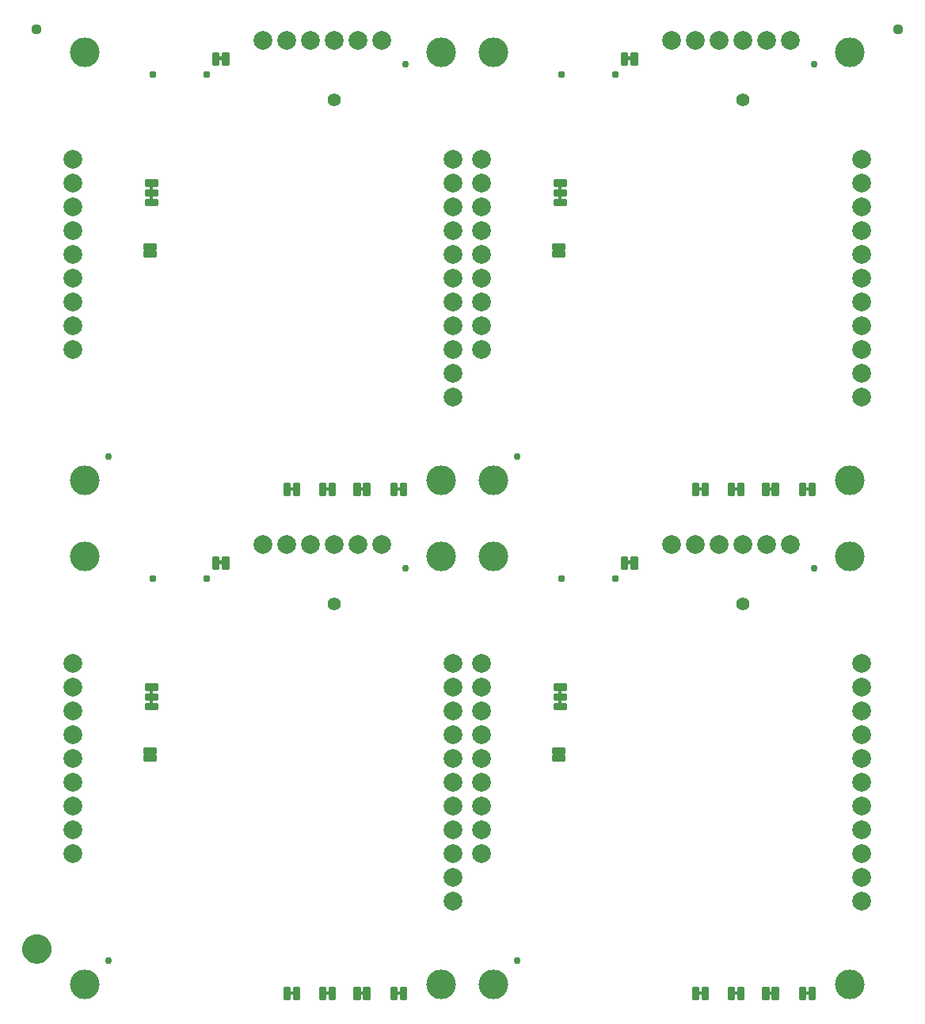
<source format=gbs>
G04 EAGLE Gerber RS-274X export*
G75*
%MOMM*%
%FSLAX34Y34*%
%LPD*%
%INSoldermask Bottom*%
%IPPOS*%
%AMOC8*
5,1,8,0,0,1.08239X$1,22.5*%
G01*
%ADD10C,0.228344*%
%ADD11C,2.006600*%
%ADD12C,0.762000*%
%ADD13C,3.175000*%
%ADD14C,0.228600*%
%ADD15C,0.777000*%
%ADD16C,1.397000*%
%ADD17C,1.127000*%
%ADD18C,1.270000*%
%ADD19C,1.627000*%

G36*
X534735Y873772D02*
X534735Y873772D01*
X534801Y873774D01*
X534844Y873792D01*
X534891Y873800D01*
X534948Y873834D01*
X535008Y873859D01*
X535043Y873890D01*
X535084Y873915D01*
X535126Y873966D01*
X535174Y874010D01*
X535196Y874052D01*
X535225Y874089D01*
X535246Y874151D01*
X535277Y874210D01*
X535285Y874264D01*
X535297Y874301D01*
X535296Y874341D01*
X535304Y874395D01*
X535304Y878205D01*
X535293Y878270D01*
X535291Y878336D01*
X535273Y878379D01*
X535265Y878426D01*
X535231Y878483D01*
X535206Y878543D01*
X535175Y878578D01*
X535150Y878619D01*
X535099Y878661D01*
X535055Y878709D01*
X535013Y878731D01*
X534976Y878760D01*
X534914Y878781D01*
X534855Y878812D01*
X534801Y878820D01*
X534764Y878832D01*
X534724Y878831D01*
X534670Y878839D01*
X532130Y878839D01*
X532065Y878828D01*
X531999Y878826D01*
X531956Y878808D01*
X531909Y878800D01*
X531852Y878766D01*
X531792Y878741D01*
X531757Y878710D01*
X531716Y878685D01*
X531675Y878634D01*
X531626Y878590D01*
X531604Y878548D01*
X531575Y878511D01*
X531554Y878449D01*
X531523Y878390D01*
X531515Y878336D01*
X531503Y878299D01*
X531503Y878295D01*
X531503Y878294D01*
X531504Y878259D01*
X531496Y878205D01*
X531496Y874395D01*
X531507Y874330D01*
X531509Y874264D01*
X531527Y874221D01*
X531535Y874174D01*
X531569Y874117D01*
X531594Y874057D01*
X531625Y874022D01*
X531650Y873981D01*
X531701Y873940D01*
X531745Y873891D01*
X531787Y873869D01*
X531824Y873840D01*
X531886Y873819D01*
X531945Y873788D01*
X531999Y873780D01*
X532036Y873768D01*
X532076Y873769D01*
X532130Y873761D01*
X534670Y873761D01*
X534735Y873772D01*
G37*
G36*
X97855Y873772D02*
X97855Y873772D01*
X97921Y873774D01*
X97964Y873792D01*
X98011Y873800D01*
X98068Y873834D01*
X98128Y873859D01*
X98163Y873890D01*
X98204Y873915D01*
X98246Y873966D01*
X98294Y874010D01*
X98316Y874052D01*
X98345Y874089D01*
X98366Y874151D01*
X98397Y874210D01*
X98405Y874264D01*
X98417Y874301D01*
X98416Y874341D01*
X98424Y874395D01*
X98424Y878205D01*
X98413Y878270D01*
X98411Y878336D01*
X98393Y878379D01*
X98385Y878426D01*
X98351Y878483D01*
X98326Y878543D01*
X98295Y878578D01*
X98270Y878619D01*
X98219Y878661D01*
X98175Y878709D01*
X98133Y878731D01*
X98096Y878760D01*
X98034Y878781D01*
X97975Y878812D01*
X97921Y878820D01*
X97884Y878832D01*
X97844Y878831D01*
X97790Y878839D01*
X95250Y878839D01*
X95185Y878828D01*
X95119Y878826D01*
X95076Y878808D01*
X95029Y878800D01*
X94972Y878766D01*
X94912Y878741D01*
X94877Y878710D01*
X94836Y878685D01*
X94795Y878634D01*
X94746Y878590D01*
X94724Y878548D01*
X94695Y878511D01*
X94674Y878449D01*
X94643Y878390D01*
X94635Y878336D01*
X94623Y878299D01*
X94623Y878295D01*
X94623Y878294D01*
X94624Y878259D01*
X94616Y878205D01*
X94616Y874395D01*
X94627Y874330D01*
X94629Y874264D01*
X94647Y874221D01*
X94655Y874174D01*
X94689Y874117D01*
X94714Y874057D01*
X94745Y874022D01*
X94770Y873981D01*
X94821Y873940D01*
X94865Y873891D01*
X94907Y873869D01*
X94944Y873840D01*
X95006Y873819D01*
X95065Y873788D01*
X95119Y873780D01*
X95156Y873768D01*
X95196Y873769D01*
X95250Y873761D01*
X97790Y873761D01*
X97855Y873772D01*
G37*
G36*
X534735Y863612D02*
X534735Y863612D01*
X534801Y863614D01*
X534844Y863632D01*
X534891Y863640D01*
X534948Y863674D01*
X535008Y863699D01*
X535043Y863730D01*
X535084Y863755D01*
X535126Y863806D01*
X535174Y863850D01*
X535196Y863892D01*
X535225Y863929D01*
X535246Y863991D01*
X535277Y864050D01*
X535285Y864104D01*
X535297Y864141D01*
X535296Y864181D01*
X535304Y864235D01*
X535304Y868045D01*
X535293Y868110D01*
X535291Y868176D01*
X535273Y868219D01*
X535265Y868266D01*
X535231Y868323D01*
X535206Y868383D01*
X535175Y868418D01*
X535150Y868459D01*
X535099Y868501D01*
X535055Y868549D01*
X535013Y868571D01*
X534976Y868600D01*
X534914Y868621D01*
X534855Y868652D01*
X534801Y868660D01*
X534764Y868672D01*
X534724Y868671D01*
X534670Y868679D01*
X532130Y868679D01*
X532065Y868668D01*
X531999Y868666D01*
X531956Y868648D01*
X531909Y868640D01*
X531852Y868606D01*
X531792Y868581D01*
X531757Y868550D01*
X531716Y868525D01*
X531675Y868474D01*
X531626Y868430D01*
X531604Y868388D01*
X531575Y868351D01*
X531554Y868289D01*
X531523Y868230D01*
X531515Y868176D01*
X531503Y868139D01*
X531503Y868135D01*
X531503Y868134D01*
X531504Y868099D01*
X531496Y868045D01*
X531496Y864235D01*
X531507Y864170D01*
X531509Y864104D01*
X531527Y864061D01*
X531535Y864014D01*
X531569Y863957D01*
X531594Y863897D01*
X531625Y863862D01*
X531650Y863821D01*
X531701Y863780D01*
X531745Y863731D01*
X531787Y863709D01*
X531824Y863680D01*
X531886Y863659D01*
X531945Y863628D01*
X531999Y863620D01*
X532036Y863608D01*
X532076Y863609D01*
X532130Y863601D01*
X534670Y863601D01*
X534735Y863612D01*
G37*
G36*
X97855Y863612D02*
X97855Y863612D01*
X97921Y863614D01*
X97964Y863632D01*
X98011Y863640D01*
X98068Y863674D01*
X98128Y863699D01*
X98163Y863730D01*
X98204Y863755D01*
X98246Y863806D01*
X98294Y863850D01*
X98316Y863892D01*
X98345Y863929D01*
X98366Y863991D01*
X98397Y864050D01*
X98405Y864104D01*
X98417Y864141D01*
X98416Y864181D01*
X98424Y864235D01*
X98424Y868045D01*
X98413Y868110D01*
X98411Y868176D01*
X98393Y868219D01*
X98385Y868266D01*
X98351Y868323D01*
X98326Y868383D01*
X98295Y868418D01*
X98270Y868459D01*
X98219Y868501D01*
X98175Y868549D01*
X98133Y868571D01*
X98096Y868600D01*
X98034Y868621D01*
X97975Y868652D01*
X97921Y868660D01*
X97884Y868672D01*
X97844Y868671D01*
X97790Y868679D01*
X95250Y868679D01*
X95185Y868668D01*
X95119Y868666D01*
X95076Y868648D01*
X95029Y868640D01*
X94972Y868606D01*
X94912Y868581D01*
X94877Y868550D01*
X94836Y868525D01*
X94795Y868474D01*
X94746Y868430D01*
X94724Y868388D01*
X94695Y868351D01*
X94674Y868289D01*
X94643Y868230D01*
X94635Y868176D01*
X94623Y868139D01*
X94623Y868135D01*
X94623Y868134D01*
X94624Y868099D01*
X94616Y868045D01*
X94616Y864235D01*
X94627Y864170D01*
X94629Y864104D01*
X94647Y864061D01*
X94655Y864014D01*
X94689Y863957D01*
X94714Y863897D01*
X94745Y863862D01*
X94770Y863821D01*
X94821Y863780D01*
X94865Y863731D01*
X94907Y863709D01*
X94944Y863680D01*
X95006Y863659D01*
X95065Y863628D01*
X95119Y863620D01*
X95156Y863608D01*
X95196Y863609D01*
X95250Y863601D01*
X97790Y863601D01*
X97855Y863612D01*
G37*
G36*
X534735Y335292D02*
X534735Y335292D01*
X534801Y335294D01*
X534844Y335312D01*
X534891Y335320D01*
X534948Y335354D01*
X535008Y335379D01*
X535043Y335410D01*
X535084Y335435D01*
X535126Y335486D01*
X535174Y335530D01*
X535196Y335572D01*
X535225Y335609D01*
X535246Y335671D01*
X535277Y335730D01*
X535285Y335784D01*
X535297Y335821D01*
X535296Y335861D01*
X535304Y335915D01*
X535304Y339725D01*
X535293Y339790D01*
X535291Y339856D01*
X535273Y339899D01*
X535265Y339946D01*
X535231Y340003D01*
X535206Y340063D01*
X535175Y340098D01*
X535150Y340139D01*
X535099Y340181D01*
X535055Y340229D01*
X535013Y340251D01*
X534976Y340280D01*
X534914Y340301D01*
X534855Y340332D01*
X534801Y340340D01*
X534764Y340352D01*
X534724Y340351D01*
X534670Y340359D01*
X532130Y340359D01*
X532065Y340348D01*
X531999Y340346D01*
X531956Y340328D01*
X531909Y340320D01*
X531852Y340286D01*
X531792Y340261D01*
X531757Y340230D01*
X531716Y340205D01*
X531675Y340154D01*
X531626Y340110D01*
X531604Y340068D01*
X531575Y340031D01*
X531554Y339969D01*
X531523Y339910D01*
X531515Y339856D01*
X531503Y339819D01*
X531503Y339815D01*
X531503Y339814D01*
X531504Y339779D01*
X531496Y339725D01*
X531496Y335915D01*
X531507Y335850D01*
X531509Y335784D01*
X531527Y335741D01*
X531535Y335694D01*
X531569Y335637D01*
X531594Y335577D01*
X531625Y335542D01*
X531650Y335501D01*
X531701Y335460D01*
X531745Y335411D01*
X531787Y335389D01*
X531824Y335360D01*
X531886Y335339D01*
X531945Y335308D01*
X531999Y335300D01*
X532036Y335288D01*
X532076Y335289D01*
X532130Y335281D01*
X534670Y335281D01*
X534735Y335292D01*
G37*
G36*
X97855Y335292D02*
X97855Y335292D01*
X97921Y335294D01*
X97964Y335312D01*
X98011Y335320D01*
X98068Y335354D01*
X98128Y335379D01*
X98163Y335410D01*
X98204Y335435D01*
X98246Y335486D01*
X98294Y335530D01*
X98316Y335572D01*
X98345Y335609D01*
X98366Y335671D01*
X98397Y335730D01*
X98405Y335784D01*
X98417Y335821D01*
X98416Y335861D01*
X98424Y335915D01*
X98424Y339725D01*
X98413Y339790D01*
X98411Y339856D01*
X98393Y339899D01*
X98385Y339946D01*
X98351Y340003D01*
X98326Y340063D01*
X98295Y340098D01*
X98270Y340139D01*
X98219Y340181D01*
X98175Y340229D01*
X98133Y340251D01*
X98096Y340280D01*
X98034Y340301D01*
X97975Y340332D01*
X97921Y340340D01*
X97884Y340352D01*
X97844Y340351D01*
X97790Y340359D01*
X95250Y340359D01*
X95185Y340348D01*
X95119Y340346D01*
X95076Y340328D01*
X95029Y340320D01*
X94972Y340286D01*
X94912Y340261D01*
X94877Y340230D01*
X94836Y340205D01*
X94795Y340154D01*
X94746Y340110D01*
X94724Y340068D01*
X94695Y340031D01*
X94674Y339969D01*
X94643Y339910D01*
X94635Y339856D01*
X94623Y339819D01*
X94623Y339815D01*
X94623Y339814D01*
X94624Y339779D01*
X94616Y339725D01*
X94616Y335915D01*
X94627Y335850D01*
X94629Y335784D01*
X94647Y335741D01*
X94655Y335694D01*
X94689Y335637D01*
X94714Y335577D01*
X94745Y335542D01*
X94770Y335501D01*
X94821Y335460D01*
X94865Y335411D01*
X94907Y335389D01*
X94944Y335360D01*
X95006Y335339D01*
X95065Y335308D01*
X95119Y335300D01*
X95156Y335288D01*
X95196Y335289D01*
X95250Y335281D01*
X97790Y335281D01*
X97855Y335292D01*
G37*
G36*
X534735Y325132D02*
X534735Y325132D01*
X534801Y325134D01*
X534844Y325152D01*
X534891Y325160D01*
X534948Y325194D01*
X535008Y325219D01*
X535043Y325250D01*
X535084Y325275D01*
X535126Y325326D01*
X535174Y325370D01*
X535196Y325412D01*
X535225Y325449D01*
X535246Y325511D01*
X535277Y325570D01*
X535285Y325624D01*
X535297Y325661D01*
X535296Y325701D01*
X535304Y325755D01*
X535304Y329565D01*
X535293Y329630D01*
X535291Y329696D01*
X535273Y329739D01*
X535265Y329786D01*
X535231Y329843D01*
X535206Y329903D01*
X535175Y329938D01*
X535150Y329979D01*
X535099Y330021D01*
X535055Y330069D01*
X535013Y330091D01*
X534976Y330120D01*
X534914Y330141D01*
X534855Y330172D01*
X534801Y330180D01*
X534764Y330192D01*
X534724Y330191D01*
X534670Y330199D01*
X532130Y330199D01*
X532065Y330188D01*
X531999Y330186D01*
X531956Y330168D01*
X531909Y330160D01*
X531852Y330126D01*
X531792Y330101D01*
X531757Y330070D01*
X531716Y330045D01*
X531675Y329994D01*
X531626Y329950D01*
X531604Y329908D01*
X531575Y329871D01*
X531554Y329809D01*
X531523Y329750D01*
X531515Y329696D01*
X531503Y329659D01*
X531503Y329655D01*
X531503Y329654D01*
X531504Y329619D01*
X531496Y329565D01*
X531496Y325755D01*
X531507Y325690D01*
X531509Y325624D01*
X531527Y325581D01*
X531535Y325534D01*
X531569Y325477D01*
X531594Y325417D01*
X531625Y325382D01*
X531650Y325341D01*
X531701Y325300D01*
X531745Y325251D01*
X531787Y325229D01*
X531824Y325200D01*
X531886Y325179D01*
X531945Y325148D01*
X531999Y325140D01*
X532036Y325128D01*
X532076Y325129D01*
X532130Y325121D01*
X534670Y325121D01*
X534735Y325132D01*
G37*
G36*
X97855Y325132D02*
X97855Y325132D01*
X97921Y325134D01*
X97964Y325152D01*
X98011Y325160D01*
X98068Y325194D01*
X98128Y325219D01*
X98163Y325250D01*
X98204Y325275D01*
X98246Y325326D01*
X98294Y325370D01*
X98316Y325412D01*
X98345Y325449D01*
X98366Y325511D01*
X98397Y325570D01*
X98405Y325624D01*
X98417Y325661D01*
X98416Y325701D01*
X98424Y325755D01*
X98424Y329565D01*
X98413Y329630D01*
X98411Y329696D01*
X98393Y329739D01*
X98385Y329786D01*
X98351Y329843D01*
X98326Y329903D01*
X98295Y329938D01*
X98270Y329979D01*
X98219Y330021D01*
X98175Y330069D01*
X98133Y330091D01*
X98096Y330120D01*
X98034Y330141D01*
X97975Y330172D01*
X97921Y330180D01*
X97884Y330192D01*
X97844Y330191D01*
X97790Y330199D01*
X95250Y330199D01*
X95185Y330188D01*
X95119Y330186D01*
X95076Y330168D01*
X95029Y330160D01*
X94972Y330126D01*
X94912Y330101D01*
X94877Y330070D01*
X94836Y330045D01*
X94795Y329994D01*
X94746Y329950D01*
X94724Y329908D01*
X94695Y329871D01*
X94674Y329809D01*
X94643Y329750D01*
X94635Y329696D01*
X94623Y329659D01*
X94623Y329655D01*
X94623Y329654D01*
X94624Y329619D01*
X94616Y329565D01*
X94616Y325755D01*
X94627Y325690D01*
X94629Y325624D01*
X94647Y325581D01*
X94655Y325534D01*
X94689Y325477D01*
X94714Y325417D01*
X94745Y325382D01*
X94770Y325341D01*
X94821Y325300D01*
X94865Y325251D01*
X94907Y325229D01*
X94944Y325200D01*
X95006Y325179D01*
X95065Y325148D01*
X95119Y325140D01*
X95156Y325128D01*
X95196Y325129D01*
X95250Y325121D01*
X97790Y325121D01*
X97855Y325132D01*
G37*
G36*
X609284Y1012583D02*
X609284Y1012583D01*
X609350Y1012585D01*
X609393Y1012603D01*
X609440Y1012611D01*
X609497Y1012645D01*
X609557Y1012670D01*
X609592Y1012701D01*
X609633Y1012726D01*
X609675Y1012777D01*
X609723Y1012821D01*
X609745Y1012863D01*
X609774Y1012900D01*
X609795Y1012962D01*
X609826Y1013021D01*
X609834Y1013075D01*
X609846Y1013112D01*
X609845Y1013152D01*
X609853Y1013206D01*
X609853Y1015746D01*
X609842Y1015811D01*
X609840Y1015877D01*
X609822Y1015920D01*
X609814Y1015967D01*
X609780Y1016024D01*
X609755Y1016084D01*
X609724Y1016119D01*
X609699Y1016160D01*
X609648Y1016202D01*
X609604Y1016250D01*
X609562Y1016272D01*
X609525Y1016301D01*
X609463Y1016322D01*
X609404Y1016353D01*
X609350Y1016361D01*
X609313Y1016373D01*
X609273Y1016372D01*
X609219Y1016380D01*
X605409Y1016380D01*
X605344Y1016369D01*
X605278Y1016367D01*
X605235Y1016349D01*
X605188Y1016341D01*
X605131Y1016307D01*
X605071Y1016282D01*
X605036Y1016251D01*
X604995Y1016226D01*
X604954Y1016175D01*
X604905Y1016131D01*
X604883Y1016089D01*
X604854Y1016052D01*
X604833Y1015990D01*
X604802Y1015931D01*
X604794Y1015877D01*
X604782Y1015840D01*
X604782Y1015837D01*
X604783Y1015800D01*
X604775Y1015746D01*
X604775Y1013206D01*
X604786Y1013141D01*
X604788Y1013075D01*
X604806Y1013032D01*
X604814Y1012985D01*
X604848Y1012928D01*
X604873Y1012868D01*
X604904Y1012833D01*
X604929Y1012792D01*
X604980Y1012751D01*
X605024Y1012702D01*
X605066Y1012680D01*
X605103Y1012651D01*
X605165Y1012630D01*
X605224Y1012599D01*
X605278Y1012591D01*
X605315Y1012579D01*
X605355Y1012580D01*
X605409Y1012572D01*
X609219Y1012572D01*
X609284Y1012583D01*
G37*
G36*
X172404Y1012583D02*
X172404Y1012583D01*
X172470Y1012585D01*
X172513Y1012603D01*
X172560Y1012611D01*
X172617Y1012645D01*
X172677Y1012670D01*
X172712Y1012701D01*
X172753Y1012726D01*
X172795Y1012777D01*
X172843Y1012821D01*
X172865Y1012863D01*
X172894Y1012900D01*
X172915Y1012962D01*
X172946Y1013021D01*
X172954Y1013075D01*
X172966Y1013112D01*
X172965Y1013152D01*
X172973Y1013206D01*
X172973Y1015746D01*
X172962Y1015811D01*
X172960Y1015877D01*
X172942Y1015920D01*
X172934Y1015967D01*
X172900Y1016024D01*
X172875Y1016084D01*
X172844Y1016119D01*
X172819Y1016160D01*
X172768Y1016202D01*
X172724Y1016250D01*
X172682Y1016272D01*
X172645Y1016301D01*
X172583Y1016322D01*
X172524Y1016353D01*
X172470Y1016361D01*
X172433Y1016373D01*
X172393Y1016372D01*
X172339Y1016380D01*
X168529Y1016380D01*
X168464Y1016369D01*
X168398Y1016367D01*
X168355Y1016349D01*
X168308Y1016341D01*
X168251Y1016307D01*
X168191Y1016282D01*
X168156Y1016251D01*
X168115Y1016226D01*
X168074Y1016175D01*
X168025Y1016131D01*
X168003Y1016089D01*
X167974Y1016052D01*
X167953Y1015990D01*
X167922Y1015931D01*
X167914Y1015877D01*
X167902Y1015840D01*
X167902Y1015837D01*
X167903Y1015800D01*
X167895Y1015746D01*
X167895Y1013206D01*
X167906Y1013141D01*
X167908Y1013075D01*
X167926Y1013032D01*
X167934Y1012985D01*
X167968Y1012928D01*
X167993Y1012868D01*
X168024Y1012833D01*
X168049Y1012792D01*
X168100Y1012751D01*
X168144Y1012702D01*
X168186Y1012680D01*
X168223Y1012651D01*
X168285Y1012630D01*
X168344Y1012599D01*
X168398Y1012591D01*
X168435Y1012579D01*
X168475Y1012580D01*
X168529Y1012572D01*
X172339Y1012572D01*
X172404Y1012583D01*
G37*
G36*
X723330Y552589D02*
X723330Y552589D01*
X723396Y552591D01*
X723439Y552609D01*
X723486Y552617D01*
X723543Y552651D01*
X723603Y552676D01*
X723638Y552707D01*
X723679Y552732D01*
X723721Y552783D01*
X723769Y552827D01*
X723791Y552869D01*
X723820Y552906D01*
X723841Y552968D01*
X723872Y553027D01*
X723880Y553081D01*
X723892Y553118D01*
X723891Y553158D01*
X723899Y553212D01*
X723899Y555752D01*
X723888Y555817D01*
X723886Y555883D01*
X723868Y555926D01*
X723860Y555973D01*
X723826Y556030D01*
X723801Y556090D01*
X723770Y556125D01*
X723745Y556166D01*
X723694Y556208D01*
X723650Y556256D01*
X723608Y556278D01*
X723571Y556307D01*
X723509Y556328D01*
X723450Y556359D01*
X723396Y556367D01*
X723359Y556379D01*
X723319Y556378D01*
X723265Y556386D01*
X719455Y556386D01*
X719390Y556375D01*
X719324Y556373D01*
X719281Y556355D01*
X719234Y556347D01*
X719177Y556313D01*
X719117Y556288D01*
X719082Y556257D01*
X719041Y556232D01*
X719000Y556181D01*
X718951Y556137D01*
X718929Y556095D01*
X718900Y556058D01*
X718879Y555996D01*
X718848Y555937D01*
X718840Y555883D01*
X718828Y555846D01*
X718828Y555843D01*
X718829Y555806D01*
X718821Y555752D01*
X718821Y553212D01*
X718832Y553147D01*
X718834Y553081D01*
X718852Y553038D01*
X718860Y552991D01*
X718894Y552934D01*
X718919Y552874D01*
X718950Y552839D01*
X718975Y552798D01*
X719026Y552757D01*
X719070Y552708D01*
X719112Y552686D01*
X719149Y552657D01*
X719211Y552636D01*
X719270Y552605D01*
X719324Y552597D01*
X719361Y552585D01*
X719401Y552586D01*
X719455Y552578D01*
X723265Y552578D01*
X723330Y552589D01*
G37*
G36*
X323280Y552589D02*
X323280Y552589D01*
X323346Y552591D01*
X323389Y552609D01*
X323436Y552617D01*
X323493Y552651D01*
X323553Y552676D01*
X323588Y552707D01*
X323629Y552732D01*
X323671Y552783D01*
X323719Y552827D01*
X323741Y552869D01*
X323770Y552906D01*
X323791Y552968D01*
X323822Y553027D01*
X323830Y553081D01*
X323842Y553118D01*
X323841Y553158D01*
X323849Y553212D01*
X323849Y555752D01*
X323838Y555817D01*
X323836Y555883D01*
X323818Y555926D01*
X323810Y555973D01*
X323776Y556030D01*
X323751Y556090D01*
X323720Y556125D01*
X323695Y556166D01*
X323644Y556208D01*
X323600Y556256D01*
X323558Y556278D01*
X323521Y556307D01*
X323459Y556328D01*
X323400Y556359D01*
X323346Y556367D01*
X323309Y556379D01*
X323269Y556378D01*
X323215Y556386D01*
X319405Y556386D01*
X319340Y556375D01*
X319274Y556373D01*
X319231Y556355D01*
X319184Y556347D01*
X319127Y556313D01*
X319067Y556288D01*
X319032Y556257D01*
X318991Y556232D01*
X318950Y556181D01*
X318901Y556137D01*
X318879Y556095D01*
X318850Y556058D01*
X318829Y555996D01*
X318798Y555937D01*
X318790Y555883D01*
X318778Y555846D01*
X318778Y555843D01*
X318779Y555806D01*
X318771Y555752D01*
X318771Y553212D01*
X318782Y553147D01*
X318784Y553081D01*
X318802Y553038D01*
X318810Y552991D01*
X318844Y552934D01*
X318869Y552874D01*
X318900Y552839D01*
X318925Y552798D01*
X318976Y552757D01*
X319020Y552708D01*
X319062Y552686D01*
X319099Y552657D01*
X319161Y552636D01*
X319220Y552605D01*
X319274Y552597D01*
X319311Y552585D01*
X319351Y552586D01*
X319405Y552578D01*
X323215Y552578D01*
X323280Y552589D01*
G37*
G36*
X799530Y552589D02*
X799530Y552589D01*
X799596Y552591D01*
X799639Y552609D01*
X799686Y552617D01*
X799743Y552651D01*
X799803Y552676D01*
X799838Y552707D01*
X799879Y552732D01*
X799921Y552783D01*
X799969Y552827D01*
X799991Y552869D01*
X800020Y552906D01*
X800041Y552968D01*
X800072Y553027D01*
X800080Y553081D01*
X800092Y553118D01*
X800091Y553158D01*
X800099Y553212D01*
X800099Y555752D01*
X800088Y555817D01*
X800086Y555883D01*
X800068Y555926D01*
X800060Y555973D01*
X800026Y556030D01*
X800001Y556090D01*
X799970Y556125D01*
X799945Y556166D01*
X799894Y556208D01*
X799850Y556256D01*
X799808Y556278D01*
X799771Y556307D01*
X799709Y556328D01*
X799650Y556359D01*
X799596Y556367D01*
X799559Y556379D01*
X799519Y556378D01*
X799465Y556386D01*
X795655Y556386D01*
X795590Y556375D01*
X795524Y556373D01*
X795481Y556355D01*
X795434Y556347D01*
X795377Y556313D01*
X795317Y556288D01*
X795282Y556257D01*
X795241Y556232D01*
X795200Y556181D01*
X795151Y556137D01*
X795129Y556095D01*
X795100Y556058D01*
X795079Y555996D01*
X795048Y555937D01*
X795040Y555883D01*
X795028Y555846D01*
X795028Y555843D01*
X795029Y555806D01*
X795021Y555752D01*
X795021Y553212D01*
X795032Y553147D01*
X795034Y553081D01*
X795052Y553038D01*
X795060Y552991D01*
X795094Y552934D01*
X795119Y552874D01*
X795150Y552839D01*
X795175Y552798D01*
X795226Y552757D01*
X795270Y552708D01*
X795312Y552686D01*
X795349Y552657D01*
X795411Y552636D01*
X795470Y552605D01*
X795524Y552597D01*
X795561Y552585D01*
X795601Y552586D01*
X795655Y552578D01*
X799465Y552578D01*
X799530Y552589D01*
G37*
G36*
X286450Y552589D02*
X286450Y552589D01*
X286516Y552591D01*
X286559Y552609D01*
X286606Y552617D01*
X286663Y552651D01*
X286723Y552676D01*
X286758Y552707D01*
X286799Y552732D01*
X286841Y552783D01*
X286889Y552827D01*
X286911Y552869D01*
X286940Y552906D01*
X286961Y552968D01*
X286992Y553027D01*
X287000Y553081D01*
X287012Y553118D01*
X287011Y553158D01*
X287019Y553212D01*
X287019Y555752D01*
X287008Y555817D01*
X287006Y555883D01*
X286988Y555926D01*
X286980Y555973D01*
X286946Y556030D01*
X286921Y556090D01*
X286890Y556125D01*
X286865Y556166D01*
X286814Y556208D01*
X286770Y556256D01*
X286728Y556278D01*
X286691Y556307D01*
X286629Y556328D01*
X286570Y556359D01*
X286516Y556367D01*
X286479Y556379D01*
X286439Y556378D01*
X286385Y556386D01*
X282575Y556386D01*
X282510Y556375D01*
X282444Y556373D01*
X282401Y556355D01*
X282354Y556347D01*
X282297Y556313D01*
X282237Y556288D01*
X282202Y556257D01*
X282161Y556232D01*
X282120Y556181D01*
X282071Y556137D01*
X282049Y556095D01*
X282020Y556058D01*
X281999Y555996D01*
X281968Y555937D01*
X281960Y555883D01*
X281948Y555846D01*
X281948Y555843D01*
X281949Y555806D01*
X281941Y555752D01*
X281941Y553212D01*
X281952Y553147D01*
X281954Y553081D01*
X281972Y553038D01*
X281980Y552991D01*
X282014Y552934D01*
X282039Y552874D01*
X282070Y552839D01*
X282095Y552798D01*
X282146Y552757D01*
X282190Y552708D01*
X282232Y552686D01*
X282269Y552657D01*
X282331Y552636D01*
X282390Y552605D01*
X282444Y552597D01*
X282481Y552585D01*
X282521Y552586D01*
X282575Y552578D01*
X286385Y552578D01*
X286450Y552589D01*
G37*
G36*
X248350Y552589D02*
X248350Y552589D01*
X248416Y552591D01*
X248459Y552609D01*
X248506Y552617D01*
X248563Y552651D01*
X248623Y552676D01*
X248658Y552707D01*
X248699Y552732D01*
X248741Y552783D01*
X248789Y552827D01*
X248811Y552869D01*
X248840Y552906D01*
X248861Y552968D01*
X248892Y553027D01*
X248900Y553081D01*
X248912Y553118D01*
X248911Y553158D01*
X248919Y553212D01*
X248919Y555752D01*
X248908Y555817D01*
X248906Y555883D01*
X248888Y555926D01*
X248880Y555973D01*
X248846Y556030D01*
X248821Y556090D01*
X248790Y556125D01*
X248765Y556166D01*
X248714Y556208D01*
X248670Y556256D01*
X248628Y556278D01*
X248591Y556307D01*
X248529Y556328D01*
X248470Y556359D01*
X248416Y556367D01*
X248379Y556379D01*
X248339Y556378D01*
X248285Y556386D01*
X244475Y556386D01*
X244410Y556375D01*
X244344Y556373D01*
X244301Y556355D01*
X244254Y556347D01*
X244197Y556313D01*
X244137Y556288D01*
X244102Y556257D01*
X244061Y556232D01*
X244020Y556181D01*
X243971Y556137D01*
X243949Y556095D01*
X243920Y556058D01*
X243899Y555996D01*
X243868Y555937D01*
X243860Y555883D01*
X243848Y555846D01*
X243848Y555843D01*
X243849Y555806D01*
X243841Y555752D01*
X243841Y553212D01*
X243852Y553147D01*
X243854Y553081D01*
X243872Y553038D01*
X243880Y552991D01*
X243914Y552934D01*
X243939Y552874D01*
X243970Y552839D01*
X243995Y552798D01*
X244046Y552757D01*
X244090Y552708D01*
X244132Y552686D01*
X244169Y552657D01*
X244231Y552636D01*
X244290Y552605D01*
X244344Y552597D01*
X244381Y552585D01*
X244421Y552586D01*
X244475Y552578D01*
X248285Y552578D01*
X248350Y552589D01*
G37*
G36*
X362650Y552589D02*
X362650Y552589D01*
X362716Y552591D01*
X362759Y552609D01*
X362806Y552617D01*
X362863Y552651D01*
X362923Y552676D01*
X362958Y552707D01*
X362999Y552732D01*
X363041Y552783D01*
X363089Y552827D01*
X363111Y552869D01*
X363140Y552906D01*
X363161Y552968D01*
X363192Y553027D01*
X363200Y553081D01*
X363212Y553118D01*
X363211Y553158D01*
X363219Y553212D01*
X363219Y555752D01*
X363208Y555817D01*
X363206Y555883D01*
X363188Y555926D01*
X363180Y555973D01*
X363146Y556030D01*
X363121Y556090D01*
X363090Y556125D01*
X363065Y556166D01*
X363014Y556208D01*
X362970Y556256D01*
X362928Y556278D01*
X362891Y556307D01*
X362829Y556328D01*
X362770Y556359D01*
X362716Y556367D01*
X362679Y556379D01*
X362639Y556378D01*
X362585Y556386D01*
X358775Y556386D01*
X358710Y556375D01*
X358644Y556373D01*
X358601Y556355D01*
X358554Y556347D01*
X358497Y556313D01*
X358437Y556288D01*
X358402Y556257D01*
X358361Y556232D01*
X358320Y556181D01*
X358271Y556137D01*
X358249Y556095D01*
X358220Y556058D01*
X358199Y555996D01*
X358168Y555937D01*
X358160Y555883D01*
X358148Y555846D01*
X358148Y555843D01*
X358149Y555806D01*
X358141Y555752D01*
X358141Y553212D01*
X358152Y553147D01*
X358154Y553081D01*
X358172Y553038D01*
X358180Y552991D01*
X358214Y552934D01*
X358239Y552874D01*
X358270Y552839D01*
X358295Y552798D01*
X358346Y552757D01*
X358390Y552708D01*
X358432Y552686D01*
X358469Y552657D01*
X358531Y552636D01*
X358590Y552605D01*
X358644Y552597D01*
X358681Y552585D01*
X358721Y552586D01*
X358775Y552578D01*
X362585Y552578D01*
X362650Y552589D01*
G37*
G36*
X685230Y552589D02*
X685230Y552589D01*
X685296Y552591D01*
X685339Y552609D01*
X685386Y552617D01*
X685443Y552651D01*
X685503Y552676D01*
X685538Y552707D01*
X685579Y552732D01*
X685621Y552783D01*
X685669Y552827D01*
X685691Y552869D01*
X685720Y552906D01*
X685741Y552968D01*
X685772Y553027D01*
X685780Y553081D01*
X685792Y553118D01*
X685791Y553158D01*
X685799Y553212D01*
X685799Y555752D01*
X685788Y555817D01*
X685786Y555883D01*
X685768Y555926D01*
X685760Y555973D01*
X685726Y556030D01*
X685701Y556090D01*
X685670Y556125D01*
X685645Y556166D01*
X685594Y556208D01*
X685550Y556256D01*
X685508Y556278D01*
X685471Y556307D01*
X685409Y556328D01*
X685350Y556359D01*
X685296Y556367D01*
X685259Y556379D01*
X685219Y556378D01*
X685165Y556386D01*
X681355Y556386D01*
X681290Y556375D01*
X681224Y556373D01*
X681181Y556355D01*
X681134Y556347D01*
X681077Y556313D01*
X681017Y556288D01*
X680982Y556257D01*
X680941Y556232D01*
X680900Y556181D01*
X680851Y556137D01*
X680829Y556095D01*
X680800Y556058D01*
X680779Y555996D01*
X680748Y555937D01*
X680740Y555883D01*
X680728Y555846D01*
X680728Y555843D01*
X680729Y555806D01*
X680721Y555752D01*
X680721Y553212D01*
X680732Y553147D01*
X680734Y553081D01*
X680752Y553038D01*
X680760Y552991D01*
X680794Y552934D01*
X680819Y552874D01*
X680850Y552839D01*
X680875Y552798D01*
X680926Y552757D01*
X680970Y552708D01*
X681012Y552686D01*
X681049Y552657D01*
X681111Y552636D01*
X681170Y552605D01*
X681224Y552597D01*
X681261Y552585D01*
X681301Y552586D01*
X681355Y552578D01*
X685165Y552578D01*
X685230Y552589D01*
G37*
G36*
X760160Y552589D02*
X760160Y552589D01*
X760226Y552591D01*
X760269Y552609D01*
X760316Y552617D01*
X760373Y552651D01*
X760433Y552676D01*
X760468Y552707D01*
X760509Y552732D01*
X760551Y552783D01*
X760599Y552827D01*
X760621Y552869D01*
X760650Y552906D01*
X760671Y552968D01*
X760702Y553027D01*
X760710Y553081D01*
X760722Y553118D01*
X760721Y553158D01*
X760729Y553212D01*
X760729Y555752D01*
X760718Y555817D01*
X760716Y555883D01*
X760698Y555926D01*
X760690Y555973D01*
X760656Y556030D01*
X760631Y556090D01*
X760600Y556125D01*
X760575Y556166D01*
X760524Y556208D01*
X760480Y556256D01*
X760438Y556278D01*
X760401Y556307D01*
X760339Y556328D01*
X760280Y556359D01*
X760226Y556367D01*
X760189Y556379D01*
X760149Y556378D01*
X760095Y556386D01*
X756285Y556386D01*
X756220Y556375D01*
X756154Y556373D01*
X756111Y556355D01*
X756064Y556347D01*
X756007Y556313D01*
X755947Y556288D01*
X755912Y556257D01*
X755871Y556232D01*
X755830Y556181D01*
X755781Y556137D01*
X755759Y556095D01*
X755730Y556058D01*
X755709Y555996D01*
X755678Y555937D01*
X755670Y555883D01*
X755658Y555846D01*
X755658Y555843D01*
X755659Y555806D01*
X755651Y555752D01*
X755651Y553212D01*
X755662Y553147D01*
X755664Y553081D01*
X755682Y553038D01*
X755690Y552991D01*
X755724Y552934D01*
X755749Y552874D01*
X755780Y552839D01*
X755805Y552798D01*
X755856Y552757D01*
X755900Y552708D01*
X755942Y552686D01*
X755979Y552657D01*
X756041Y552636D01*
X756100Y552605D01*
X756154Y552597D01*
X756191Y552585D01*
X756231Y552586D01*
X756285Y552578D01*
X760095Y552578D01*
X760160Y552589D01*
G37*
G36*
X609284Y474103D02*
X609284Y474103D01*
X609350Y474105D01*
X609393Y474123D01*
X609440Y474131D01*
X609497Y474165D01*
X609557Y474190D01*
X609592Y474221D01*
X609633Y474246D01*
X609675Y474297D01*
X609723Y474341D01*
X609745Y474383D01*
X609774Y474420D01*
X609795Y474482D01*
X609826Y474541D01*
X609834Y474595D01*
X609846Y474632D01*
X609845Y474672D01*
X609853Y474726D01*
X609853Y477266D01*
X609842Y477331D01*
X609840Y477397D01*
X609822Y477440D01*
X609814Y477487D01*
X609780Y477544D01*
X609755Y477604D01*
X609724Y477639D01*
X609699Y477680D01*
X609648Y477722D01*
X609604Y477770D01*
X609562Y477792D01*
X609525Y477821D01*
X609463Y477842D01*
X609404Y477873D01*
X609350Y477881D01*
X609313Y477893D01*
X609273Y477892D01*
X609219Y477900D01*
X605409Y477900D01*
X605344Y477889D01*
X605278Y477887D01*
X605235Y477869D01*
X605188Y477861D01*
X605131Y477827D01*
X605071Y477802D01*
X605036Y477771D01*
X604995Y477746D01*
X604954Y477695D01*
X604905Y477651D01*
X604883Y477609D01*
X604854Y477572D01*
X604833Y477510D01*
X604802Y477451D01*
X604794Y477397D01*
X604782Y477360D01*
X604782Y477357D01*
X604783Y477320D01*
X604775Y477266D01*
X604775Y474726D01*
X604786Y474661D01*
X604788Y474595D01*
X604806Y474552D01*
X604814Y474505D01*
X604848Y474448D01*
X604873Y474388D01*
X604904Y474353D01*
X604929Y474312D01*
X604980Y474271D01*
X605024Y474222D01*
X605066Y474200D01*
X605103Y474171D01*
X605165Y474150D01*
X605224Y474119D01*
X605278Y474111D01*
X605315Y474099D01*
X605355Y474100D01*
X605409Y474092D01*
X609219Y474092D01*
X609284Y474103D01*
G37*
G36*
X172404Y474103D02*
X172404Y474103D01*
X172470Y474105D01*
X172513Y474123D01*
X172560Y474131D01*
X172617Y474165D01*
X172677Y474190D01*
X172712Y474221D01*
X172753Y474246D01*
X172795Y474297D01*
X172843Y474341D01*
X172865Y474383D01*
X172894Y474420D01*
X172915Y474482D01*
X172946Y474541D01*
X172954Y474595D01*
X172966Y474632D01*
X172965Y474672D01*
X172973Y474726D01*
X172973Y477266D01*
X172962Y477331D01*
X172960Y477397D01*
X172942Y477440D01*
X172934Y477487D01*
X172900Y477544D01*
X172875Y477604D01*
X172844Y477639D01*
X172819Y477680D01*
X172768Y477722D01*
X172724Y477770D01*
X172682Y477792D01*
X172645Y477821D01*
X172583Y477842D01*
X172524Y477873D01*
X172470Y477881D01*
X172433Y477893D01*
X172393Y477892D01*
X172339Y477900D01*
X168529Y477900D01*
X168464Y477889D01*
X168398Y477887D01*
X168355Y477869D01*
X168308Y477861D01*
X168251Y477827D01*
X168191Y477802D01*
X168156Y477771D01*
X168115Y477746D01*
X168074Y477695D01*
X168025Y477651D01*
X168003Y477609D01*
X167974Y477572D01*
X167953Y477510D01*
X167922Y477451D01*
X167914Y477397D01*
X167902Y477360D01*
X167902Y477357D01*
X167903Y477320D01*
X167895Y477266D01*
X167895Y474726D01*
X167906Y474661D01*
X167908Y474595D01*
X167926Y474552D01*
X167934Y474505D01*
X167968Y474448D01*
X167993Y474388D01*
X168024Y474353D01*
X168049Y474312D01*
X168100Y474271D01*
X168144Y474222D01*
X168186Y474200D01*
X168223Y474171D01*
X168285Y474150D01*
X168344Y474119D01*
X168398Y474111D01*
X168435Y474099D01*
X168475Y474100D01*
X168529Y474092D01*
X172339Y474092D01*
X172404Y474103D01*
G37*
G36*
X760160Y14109D02*
X760160Y14109D01*
X760226Y14111D01*
X760269Y14129D01*
X760316Y14137D01*
X760373Y14171D01*
X760433Y14196D01*
X760468Y14227D01*
X760509Y14252D01*
X760551Y14303D01*
X760599Y14347D01*
X760621Y14389D01*
X760650Y14426D01*
X760671Y14488D01*
X760702Y14547D01*
X760710Y14601D01*
X760722Y14638D01*
X760721Y14678D01*
X760729Y14732D01*
X760729Y17272D01*
X760718Y17337D01*
X760716Y17403D01*
X760698Y17446D01*
X760690Y17493D01*
X760656Y17550D01*
X760631Y17610D01*
X760600Y17645D01*
X760575Y17686D01*
X760524Y17728D01*
X760480Y17776D01*
X760438Y17798D01*
X760401Y17827D01*
X760339Y17848D01*
X760280Y17879D01*
X760226Y17887D01*
X760189Y17899D01*
X760149Y17898D01*
X760095Y17906D01*
X756285Y17906D01*
X756220Y17895D01*
X756154Y17893D01*
X756111Y17875D01*
X756064Y17867D01*
X756007Y17833D01*
X755947Y17808D01*
X755912Y17777D01*
X755871Y17752D01*
X755830Y17701D01*
X755781Y17657D01*
X755759Y17615D01*
X755730Y17578D01*
X755709Y17516D01*
X755678Y17457D01*
X755670Y17403D01*
X755658Y17366D01*
X755658Y17363D01*
X755659Y17326D01*
X755651Y17272D01*
X755651Y14732D01*
X755662Y14667D01*
X755664Y14601D01*
X755682Y14558D01*
X755690Y14511D01*
X755724Y14454D01*
X755749Y14394D01*
X755780Y14359D01*
X755805Y14318D01*
X755856Y14277D01*
X755900Y14228D01*
X755942Y14206D01*
X755979Y14177D01*
X756041Y14156D01*
X756100Y14125D01*
X756154Y14117D01*
X756191Y14105D01*
X756231Y14106D01*
X756285Y14098D01*
X760095Y14098D01*
X760160Y14109D01*
G37*
G36*
X685230Y14109D02*
X685230Y14109D01*
X685296Y14111D01*
X685339Y14129D01*
X685386Y14137D01*
X685443Y14171D01*
X685503Y14196D01*
X685538Y14227D01*
X685579Y14252D01*
X685621Y14303D01*
X685669Y14347D01*
X685691Y14389D01*
X685720Y14426D01*
X685741Y14488D01*
X685772Y14547D01*
X685780Y14601D01*
X685792Y14638D01*
X685791Y14678D01*
X685799Y14732D01*
X685799Y17272D01*
X685788Y17337D01*
X685786Y17403D01*
X685768Y17446D01*
X685760Y17493D01*
X685726Y17550D01*
X685701Y17610D01*
X685670Y17645D01*
X685645Y17686D01*
X685594Y17728D01*
X685550Y17776D01*
X685508Y17798D01*
X685471Y17827D01*
X685409Y17848D01*
X685350Y17879D01*
X685296Y17887D01*
X685259Y17899D01*
X685219Y17898D01*
X685165Y17906D01*
X681355Y17906D01*
X681290Y17895D01*
X681224Y17893D01*
X681181Y17875D01*
X681134Y17867D01*
X681077Y17833D01*
X681017Y17808D01*
X680982Y17777D01*
X680941Y17752D01*
X680900Y17701D01*
X680851Y17657D01*
X680829Y17615D01*
X680800Y17578D01*
X680779Y17516D01*
X680748Y17457D01*
X680740Y17403D01*
X680728Y17366D01*
X680728Y17363D01*
X680729Y17326D01*
X680721Y17272D01*
X680721Y14732D01*
X680732Y14667D01*
X680734Y14601D01*
X680752Y14558D01*
X680760Y14511D01*
X680794Y14454D01*
X680819Y14394D01*
X680850Y14359D01*
X680875Y14318D01*
X680926Y14277D01*
X680970Y14228D01*
X681012Y14206D01*
X681049Y14177D01*
X681111Y14156D01*
X681170Y14125D01*
X681224Y14117D01*
X681261Y14105D01*
X681301Y14106D01*
X681355Y14098D01*
X685165Y14098D01*
X685230Y14109D01*
G37*
G36*
X799530Y14109D02*
X799530Y14109D01*
X799596Y14111D01*
X799639Y14129D01*
X799686Y14137D01*
X799743Y14171D01*
X799803Y14196D01*
X799838Y14227D01*
X799879Y14252D01*
X799921Y14303D01*
X799969Y14347D01*
X799991Y14389D01*
X800020Y14426D01*
X800041Y14488D01*
X800072Y14547D01*
X800080Y14601D01*
X800092Y14638D01*
X800091Y14678D01*
X800099Y14732D01*
X800099Y17272D01*
X800088Y17337D01*
X800086Y17403D01*
X800068Y17446D01*
X800060Y17493D01*
X800026Y17550D01*
X800001Y17610D01*
X799970Y17645D01*
X799945Y17686D01*
X799894Y17728D01*
X799850Y17776D01*
X799808Y17798D01*
X799771Y17827D01*
X799709Y17848D01*
X799650Y17879D01*
X799596Y17887D01*
X799559Y17899D01*
X799519Y17898D01*
X799465Y17906D01*
X795655Y17906D01*
X795590Y17895D01*
X795524Y17893D01*
X795481Y17875D01*
X795434Y17867D01*
X795377Y17833D01*
X795317Y17808D01*
X795282Y17777D01*
X795241Y17752D01*
X795200Y17701D01*
X795151Y17657D01*
X795129Y17615D01*
X795100Y17578D01*
X795079Y17516D01*
X795048Y17457D01*
X795040Y17403D01*
X795028Y17366D01*
X795028Y17363D01*
X795029Y17326D01*
X795021Y17272D01*
X795021Y14732D01*
X795032Y14667D01*
X795034Y14601D01*
X795052Y14558D01*
X795060Y14511D01*
X795094Y14454D01*
X795119Y14394D01*
X795150Y14359D01*
X795175Y14318D01*
X795226Y14277D01*
X795270Y14228D01*
X795312Y14206D01*
X795349Y14177D01*
X795411Y14156D01*
X795470Y14125D01*
X795524Y14117D01*
X795561Y14105D01*
X795601Y14106D01*
X795655Y14098D01*
X799465Y14098D01*
X799530Y14109D01*
G37*
G36*
X248350Y14109D02*
X248350Y14109D01*
X248416Y14111D01*
X248459Y14129D01*
X248506Y14137D01*
X248563Y14171D01*
X248623Y14196D01*
X248658Y14227D01*
X248699Y14252D01*
X248741Y14303D01*
X248789Y14347D01*
X248811Y14389D01*
X248840Y14426D01*
X248861Y14488D01*
X248892Y14547D01*
X248900Y14601D01*
X248912Y14638D01*
X248911Y14678D01*
X248919Y14732D01*
X248919Y17272D01*
X248908Y17337D01*
X248906Y17403D01*
X248888Y17446D01*
X248880Y17493D01*
X248846Y17550D01*
X248821Y17610D01*
X248790Y17645D01*
X248765Y17686D01*
X248714Y17728D01*
X248670Y17776D01*
X248628Y17798D01*
X248591Y17827D01*
X248529Y17848D01*
X248470Y17879D01*
X248416Y17887D01*
X248379Y17899D01*
X248339Y17898D01*
X248285Y17906D01*
X244475Y17906D01*
X244410Y17895D01*
X244344Y17893D01*
X244301Y17875D01*
X244254Y17867D01*
X244197Y17833D01*
X244137Y17808D01*
X244102Y17777D01*
X244061Y17752D01*
X244020Y17701D01*
X243971Y17657D01*
X243949Y17615D01*
X243920Y17578D01*
X243899Y17516D01*
X243868Y17457D01*
X243860Y17403D01*
X243848Y17366D01*
X243848Y17363D01*
X243849Y17326D01*
X243841Y17272D01*
X243841Y14732D01*
X243852Y14667D01*
X243854Y14601D01*
X243872Y14558D01*
X243880Y14511D01*
X243914Y14454D01*
X243939Y14394D01*
X243970Y14359D01*
X243995Y14318D01*
X244046Y14277D01*
X244090Y14228D01*
X244132Y14206D01*
X244169Y14177D01*
X244231Y14156D01*
X244290Y14125D01*
X244344Y14117D01*
X244381Y14105D01*
X244421Y14106D01*
X244475Y14098D01*
X248285Y14098D01*
X248350Y14109D01*
G37*
G36*
X723330Y14109D02*
X723330Y14109D01*
X723396Y14111D01*
X723439Y14129D01*
X723486Y14137D01*
X723543Y14171D01*
X723603Y14196D01*
X723638Y14227D01*
X723679Y14252D01*
X723721Y14303D01*
X723769Y14347D01*
X723791Y14389D01*
X723820Y14426D01*
X723841Y14488D01*
X723872Y14547D01*
X723880Y14601D01*
X723892Y14638D01*
X723891Y14678D01*
X723899Y14732D01*
X723899Y17272D01*
X723888Y17337D01*
X723886Y17403D01*
X723868Y17446D01*
X723860Y17493D01*
X723826Y17550D01*
X723801Y17610D01*
X723770Y17645D01*
X723745Y17686D01*
X723694Y17728D01*
X723650Y17776D01*
X723608Y17798D01*
X723571Y17827D01*
X723509Y17848D01*
X723450Y17879D01*
X723396Y17887D01*
X723359Y17899D01*
X723319Y17898D01*
X723265Y17906D01*
X719455Y17906D01*
X719390Y17895D01*
X719324Y17893D01*
X719281Y17875D01*
X719234Y17867D01*
X719177Y17833D01*
X719117Y17808D01*
X719082Y17777D01*
X719041Y17752D01*
X719000Y17701D01*
X718951Y17657D01*
X718929Y17615D01*
X718900Y17578D01*
X718879Y17516D01*
X718848Y17457D01*
X718840Y17403D01*
X718828Y17366D01*
X718828Y17363D01*
X718829Y17326D01*
X718821Y17272D01*
X718821Y14732D01*
X718832Y14667D01*
X718834Y14601D01*
X718852Y14558D01*
X718860Y14511D01*
X718894Y14454D01*
X718919Y14394D01*
X718950Y14359D01*
X718975Y14318D01*
X719026Y14277D01*
X719070Y14228D01*
X719112Y14206D01*
X719149Y14177D01*
X719211Y14156D01*
X719270Y14125D01*
X719324Y14117D01*
X719361Y14105D01*
X719401Y14106D01*
X719455Y14098D01*
X723265Y14098D01*
X723330Y14109D01*
G37*
G36*
X323280Y14109D02*
X323280Y14109D01*
X323346Y14111D01*
X323389Y14129D01*
X323436Y14137D01*
X323493Y14171D01*
X323553Y14196D01*
X323588Y14227D01*
X323629Y14252D01*
X323671Y14303D01*
X323719Y14347D01*
X323741Y14389D01*
X323770Y14426D01*
X323791Y14488D01*
X323822Y14547D01*
X323830Y14601D01*
X323842Y14638D01*
X323841Y14678D01*
X323849Y14732D01*
X323849Y17272D01*
X323838Y17337D01*
X323836Y17403D01*
X323818Y17446D01*
X323810Y17493D01*
X323776Y17550D01*
X323751Y17610D01*
X323720Y17645D01*
X323695Y17686D01*
X323644Y17728D01*
X323600Y17776D01*
X323558Y17798D01*
X323521Y17827D01*
X323459Y17848D01*
X323400Y17879D01*
X323346Y17887D01*
X323309Y17899D01*
X323269Y17898D01*
X323215Y17906D01*
X319405Y17906D01*
X319340Y17895D01*
X319274Y17893D01*
X319231Y17875D01*
X319184Y17867D01*
X319127Y17833D01*
X319067Y17808D01*
X319032Y17777D01*
X318991Y17752D01*
X318950Y17701D01*
X318901Y17657D01*
X318879Y17615D01*
X318850Y17578D01*
X318829Y17516D01*
X318798Y17457D01*
X318790Y17403D01*
X318778Y17366D01*
X318778Y17363D01*
X318779Y17326D01*
X318771Y17272D01*
X318771Y14732D01*
X318782Y14667D01*
X318784Y14601D01*
X318802Y14558D01*
X318810Y14511D01*
X318844Y14454D01*
X318869Y14394D01*
X318900Y14359D01*
X318925Y14318D01*
X318976Y14277D01*
X319020Y14228D01*
X319062Y14206D01*
X319099Y14177D01*
X319161Y14156D01*
X319220Y14125D01*
X319274Y14117D01*
X319311Y14105D01*
X319351Y14106D01*
X319405Y14098D01*
X323215Y14098D01*
X323280Y14109D01*
G37*
G36*
X286450Y14109D02*
X286450Y14109D01*
X286516Y14111D01*
X286559Y14129D01*
X286606Y14137D01*
X286663Y14171D01*
X286723Y14196D01*
X286758Y14227D01*
X286799Y14252D01*
X286841Y14303D01*
X286889Y14347D01*
X286911Y14389D01*
X286940Y14426D01*
X286961Y14488D01*
X286992Y14547D01*
X287000Y14601D01*
X287012Y14638D01*
X287011Y14678D01*
X287019Y14732D01*
X287019Y17272D01*
X287008Y17337D01*
X287006Y17403D01*
X286988Y17446D01*
X286980Y17493D01*
X286946Y17550D01*
X286921Y17610D01*
X286890Y17645D01*
X286865Y17686D01*
X286814Y17728D01*
X286770Y17776D01*
X286728Y17798D01*
X286691Y17827D01*
X286629Y17848D01*
X286570Y17879D01*
X286516Y17887D01*
X286479Y17899D01*
X286439Y17898D01*
X286385Y17906D01*
X282575Y17906D01*
X282510Y17895D01*
X282444Y17893D01*
X282401Y17875D01*
X282354Y17867D01*
X282297Y17833D01*
X282237Y17808D01*
X282202Y17777D01*
X282161Y17752D01*
X282120Y17701D01*
X282071Y17657D01*
X282049Y17615D01*
X282020Y17578D01*
X281999Y17516D01*
X281968Y17457D01*
X281960Y17403D01*
X281948Y17366D01*
X281948Y17363D01*
X281949Y17326D01*
X281941Y17272D01*
X281941Y14732D01*
X281952Y14667D01*
X281954Y14601D01*
X281972Y14558D01*
X281980Y14511D01*
X282014Y14454D01*
X282039Y14394D01*
X282070Y14359D01*
X282095Y14318D01*
X282146Y14277D01*
X282190Y14228D01*
X282232Y14206D01*
X282269Y14177D01*
X282331Y14156D01*
X282390Y14125D01*
X282444Y14117D01*
X282481Y14105D01*
X282521Y14106D01*
X282575Y14098D01*
X286385Y14098D01*
X286450Y14109D01*
G37*
G36*
X362650Y14109D02*
X362650Y14109D01*
X362716Y14111D01*
X362759Y14129D01*
X362806Y14137D01*
X362863Y14171D01*
X362923Y14196D01*
X362958Y14227D01*
X362999Y14252D01*
X363041Y14303D01*
X363089Y14347D01*
X363111Y14389D01*
X363140Y14426D01*
X363161Y14488D01*
X363192Y14547D01*
X363200Y14601D01*
X363212Y14638D01*
X363211Y14678D01*
X363219Y14732D01*
X363219Y17272D01*
X363208Y17337D01*
X363206Y17403D01*
X363188Y17446D01*
X363180Y17493D01*
X363146Y17550D01*
X363121Y17610D01*
X363090Y17645D01*
X363065Y17686D01*
X363014Y17728D01*
X362970Y17776D01*
X362928Y17798D01*
X362891Y17827D01*
X362829Y17848D01*
X362770Y17879D01*
X362716Y17887D01*
X362679Y17899D01*
X362639Y17898D01*
X362585Y17906D01*
X358775Y17906D01*
X358710Y17895D01*
X358644Y17893D01*
X358601Y17875D01*
X358554Y17867D01*
X358497Y17833D01*
X358437Y17808D01*
X358402Y17777D01*
X358361Y17752D01*
X358320Y17701D01*
X358271Y17657D01*
X358249Y17615D01*
X358220Y17578D01*
X358199Y17516D01*
X358168Y17457D01*
X358160Y17403D01*
X358148Y17366D01*
X358148Y17363D01*
X358149Y17326D01*
X358141Y17272D01*
X358141Y14732D01*
X358152Y14667D01*
X358154Y14601D01*
X358172Y14558D01*
X358180Y14511D01*
X358214Y14454D01*
X358239Y14394D01*
X358270Y14359D01*
X358295Y14318D01*
X358346Y14277D01*
X358390Y14228D01*
X358432Y14206D01*
X358469Y14177D01*
X358531Y14156D01*
X358590Y14125D01*
X358644Y14117D01*
X358681Y14105D01*
X358721Y14106D01*
X358775Y14098D01*
X362585Y14098D01*
X362650Y14109D01*
G37*
D10*
X102364Y325122D02*
X102364Y319530D01*
X90676Y319530D01*
X90676Y325122D01*
X102364Y325122D01*
X102364Y321699D02*
X90676Y321699D01*
X90676Y323868D02*
X102364Y323868D01*
X102364Y329944D02*
X102364Y335536D01*
X102364Y329944D02*
X90676Y329944D01*
X90676Y335536D01*
X102364Y335536D01*
X102364Y332113D02*
X90676Y332113D01*
X90676Y334282D02*
X102364Y334282D01*
X102364Y340358D02*
X102364Y345950D01*
X102364Y340358D02*
X90676Y340358D01*
X90676Y345950D01*
X102364Y345950D01*
X102364Y342527D02*
X90676Y342527D01*
X90676Y344696D02*
X102364Y344696D01*
D11*
X419100Y368300D03*
X419100Y342900D03*
X419100Y317500D03*
X419100Y292100D03*
X419100Y266700D03*
X419100Y241300D03*
X419100Y215900D03*
X419100Y190500D03*
X419100Y165100D03*
X419100Y139700D03*
X419100Y114300D03*
D12*
X50800Y50800D03*
X368300Y469900D03*
D13*
X406400Y482600D03*
X25400Y482600D03*
D14*
X100584Y269875D02*
X100584Y264541D01*
X88900Y264541D01*
X88900Y269875D01*
X100584Y269875D01*
X100584Y266713D02*
X88900Y266713D01*
X88900Y268885D02*
X100584Y268885D01*
X100584Y272669D02*
X100584Y278003D01*
X100584Y272669D02*
X88900Y272669D01*
X88900Y278003D01*
X100584Y278003D01*
X100584Y274841D02*
X88900Y274841D01*
X88900Y277013D02*
X100584Y277013D01*
D10*
X248791Y21846D02*
X254383Y21846D01*
X254383Y10158D01*
X248791Y10158D01*
X248791Y21846D01*
X248791Y12327D02*
X254383Y12327D01*
X254383Y14496D02*
X248791Y14496D01*
X248791Y16665D02*
X254383Y16665D01*
X254383Y18834D02*
X248791Y18834D01*
X248791Y21003D02*
X254383Y21003D01*
X243969Y21846D02*
X238377Y21846D01*
X243969Y21846D02*
X243969Y10158D01*
X238377Y10158D01*
X238377Y21846D01*
X238377Y12327D02*
X243969Y12327D01*
X243969Y14496D02*
X238377Y14496D01*
X238377Y16665D02*
X243969Y16665D01*
X243969Y18834D02*
X238377Y18834D01*
X238377Y21003D02*
X243969Y21003D01*
D15*
X155900Y459204D03*
X98100Y459204D03*
D10*
X363091Y21846D02*
X368683Y21846D01*
X368683Y10158D01*
X363091Y10158D01*
X363091Y21846D01*
X363091Y12327D02*
X368683Y12327D01*
X368683Y14496D02*
X363091Y14496D01*
X363091Y16665D02*
X368683Y16665D01*
X368683Y18834D02*
X363091Y18834D01*
X363091Y21003D02*
X368683Y21003D01*
X358269Y21846D02*
X352677Y21846D01*
X358269Y21846D02*
X358269Y10158D01*
X352677Y10158D01*
X352677Y21846D01*
X352677Y12327D02*
X358269Y12327D01*
X358269Y14496D02*
X352677Y14496D01*
X352677Y16665D02*
X358269Y16665D01*
X358269Y18834D02*
X352677Y18834D01*
X352677Y21003D02*
X358269Y21003D01*
X292483Y21846D02*
X286891Y21846D01*
X292483Y21846D02*
X292483Y10158D01*
X286891Y10158D01*
X286891Y21846D01*
X286891Y12327D02*
X292483Y12327D01*
X292483Y14496D02*
X286891Y14496D01*
X286891Y16665D02*
X292483Y16665D01*
X292483Y18834D02*
X286891Y18834D01*
X286891Y21003D02*
X292483Y21003D01*
X282069Y21846D02*
X276477Y21846D01*
X282069Y21846D02*
X282069Y10158D01*
X276477Y10158D01*
X276477Y21846D01*
X276477Y12327D02*
X282069Y12327D01*
X282069Y14496D02*
X276477Y14496D01*
X276477Y16665D02*
X282069Y16665D01*
X282069Y18834D02*
X276477Y18834D01*
X276477Y21003D02*
X282069Y21003D01*
D13*
X25400Y25146D03*
X406400Y25146D03*
D11*
X342900Y495300D03*
X317500Y495300D03*
X292100Y495300D03*
X266700Y495300D03*
X241300Y495300D03*
X215900Y495300D03*
X12700Y165100D03*
X12700Y190500D03*
X12700Y215900D03*
X12700Y241300D03*
X12700Y266700D03*
X12700Y292100D03*
X12700Y317500D03*
X12700Y342900D03*
X12700Y368300D03*
D10*
X323721Y21846D02*
X329313Y21846D01*
X329313Y10158D01*
X323721Y10158D01*
X323721Y21846D01*
X323721Y12327D02*
X329313Y12327D01*
X329313Y14496D02*
X323721Y14496D01*
X323721Y16665D02*
X329313Y16665D01*
X329313Y18834D02*
X323721Y18834D01*
X323721Y21003D02*
X329313Y21003D01*
X318899Y21846D02*
X313307Y21846D01*
X318899Y21846D02*
X318899Y10158D01*
X313307Y10158D01*
X313307Y21846D01*
X313307Y12327D02*
X318899Y12327D01*
X318899Y14496D02*
X313307Y14496D01*
X313307Y16665D02*
X318899Y16665D01*
X318899Y18834D02*
X313307Y18834D01*
X313307Y21003D02*
X318899Y21003D01*
D16*
X292100Y431800D03*
D10*
X178437Y481840D02*
X172845Y481840D01*
X178437Y481840D02*
X178437Y470152D01*
X172845Y470152D01*
X172845Y481840D01*
X172845Y472321D02*
X178437Y472321D01*
X178437Y474490D02*
X172845Y474490D01*
X172845Y476659D02*
X178437Y476659D01*
X178437Y478828D02*
X172845Y478828D01*
X172845Y480997D02*
X178437Y480997D01*
X168023Y481840D02*
X162431Y481840D01*
X168023Y481840D02*
X168023Y470152D01*
X162431Y470152D01*
X162431Y481840D01*
X162431Y472321D02*
X168023Y472321D01*
X168023Y474490D02*
X162431Y474490D01*
X162431Y476659D02*
X168023Y476659D01*
X168023Y478828D02*
X162431Y478828D01*
X162431Y480997D02*
X168023Y480997D01*
X539244Y325122D02*
X539244Y319530D01*
X527556Y319530D01*
X527556Y325122D01*
X539244Y325122D01*
X539244Y321699D02*
X527556Y321699D01*
X527556Y323868D02*
X539244Y323868D01*
X539244Y329944D02*
X539244Y335536D01*
X539244Y329944D02*
X527556Y329944D01*
X527556Y335536D01*
X539244Y335536D01*
X539244Y332113D02*
X527556Y332113D01*
X527556Y334282D02*
X539244Y334282D01*
X539244Y340358D02*
X539244Y345950D01*
X539244Y340358D02*
X527556Y340358D01*
X527556Y345950D01*
X539244Y345950D01*
X539244Y342527D02*
X527556Y342527D01*
X527556Y344696D02*
X539244Y344696D01*
D11*
X855980Y368300D03*
X855980Y342900D03*
X855980Y317500D03*
X855980Y292100D03*
X855980Y266700D03*
X855980Y241300D03*
X855980Y215900D03*
X855980Y190500D03*
X855980Y165100D03*
X855980Y139700D03*
X855980Y114300D03*
D12*
X487680Y50800D03*
X805180Y469900D03*
D13*
X843280Y482600D03*
X462280Y482600D03*
D14*
X537464Y269875D02*
X537464Y264541D01*
X525780Y264541D01*
X525780Y269875D01*
X537464Y269875D01*
X537464Y266713D02*
X525780Y266713D01*
X525780Y268885D02*
X537464Y268885D01*
X537464Y272669D02*
X537464Y278003D01*
X537464Y272669D02*
X525780Y272669D01*
X525780Y278003D01*
X537464Y278003D01*
X537464Y274841D02*
X525780Y274841D01*
X525780Y277013D02*
X537464Y277013D01*
D10*
X685671Y21846D02*
X691263Y21846D01*
X691263Y10158D01*
X685671Y10158D01*
X685671Y21846D01*
X685671Y12327D02*
X691263Y12327D01*
X691263Y14496D02*
X685671Y14496D01*
X685671Y16665D02*
X691263Y16665D01*
X691263Y18834D02*
X685671Y18834D01*
X685671Y21003D02*
X691263Y21003D01*
X680849Y21846D02*
X675257Y21846D01*
X680849Y21846D02*
X680849Y10158D01*
X675257Y10158D01*
X675257Y21846D01*
X675257Y12327D02*
X680849Y12327D01*
X680849Y14496D02*
X675257Y14496D01*
X675257Y16665D02*
X680849Y16665D01*
X680849Y18834D02*
X675257Y18834D01*
X675257Y21003D02*
X680849Y21003D01*
D15*
X592780Y459204D03*
X534980Y459204D03*
D10*
X799971Y21846D02*
X805563Y21846D01*
X805563Y10158D01*
X799971Y10158D01*
X799971Y21846D01*
X799971Y12327D02*
X805563Y12327D01*
X805563Y14496D02*
X799971Y14496D01*
X799971Y16665D02*
X805563Y16665D01*
X805563Y18834D02*
X799971Y18834D01*
X799971Y21003D02*
X805563Y21003D01*
X795149Y21846D02*
X789557Y21846D01*
X795149Y21846D02*
X795149Y10158D01*
X789557Y10158D01*
X789557Y21846D01*
X789557Y12327D02*
X795149Y12327D01*
X795149Y14496D02*
X789557Y14496D01*
X789557Y16665D02*
X795149Y16665D01*
X795149Y18834D02*
X789557Y18834D01*
X789557Y21003D02*
X795149Y21003D01*
X729363Y21846D02*
X723771Y21846D01*
X729363Y21846D02*
X729363Y10158D01*
X723771Y10158D01*
X723771Y21846D01*
X723771Y12327D02*
X729363Y12327D01*
X729363Y14496D02*
X723771Y14496D01*
X723771Y16665D02*
X729363Y16665D01*
X729363Y18834D02*
X723771Y18834D01*
X723771Y21003D02*
X729363Y21003D01*
X718949Y21846D02*
X713357Y21846D01*
X718949Y21846D02*
X718949Y10158D01*
X713357Y10158D01*
X713357Y21846D01*
X713357Y12327D02*
X718949Y12327D01*
X718949Y14496D02*
X713357Y14496D01*
X713357Y16665D02*
X718949Y16665D01*
X718949Y18834D02*
X713357Y18834D01*
X713357Y21003D02*
X718949Y21003D01*
D13*
X462280Y25146D03*
X843280Y25146D03*
D11*
X779780Y495300D03*
X754380Y495300D03*
X728980Y495300D03*
X703580Y495300D03*
X678180Y495300D03*
X652780Y495300D03*
X449580Y165100D03*
X449580Y190500D03*
X449580Y215900D03*
X449580Y241300D03*
X449580Y266700D03*
X449580Y292100D03*
X449580Y317500D03*
X449580Y342900D03*
X449580Y368300D03*
D10*
X760601Y21846D02*
X766193Y21846D01*
X766193Y10158D01*
X760601Y10158D01*
X760601Y21846D01*
X760601Y12327D02*
X766193Y12327D01*
X766193Y14496D02*
X760601Y14496D01*
X760601Y16665D02*
X766193Y16665D01*
X766193Y18834D02*
X760601Y18834D01*
X760601Y21003D02*
X766193Y21003D01*
X755779Y21846D02*
X750187Y21846D01*
X755779Y21846D02*
X755779Y10158D01*
X750187Y10158D01*
X750187Y21846D01*
X750187Y12327D02*
X755779Y12327D01*
X755779Y14496D02*
X750187Y14496D01*
X750187Y16665D02*
X755779Y16665D01*
X755779Y18834D02*
X750187Y18834D01*
X750187Y21003D02*
X755779Y21003D01*
D16*
X728980Y431800D03*
D10*
X615317Y481840D02*
X609725Y481840D01*
X615317Y481840D02*
X615317Y470152D01*
X609725Y470152D01*
X609725Y481840D01*
X609725Y472321D02*
X615317Y472321D01*
X615317Y474490D02*
X609725Y474490D01*
X609725Y476659D02*
X615317Y476659D01*
X615317Y478828D02*
X609725Y478828D01*
X609725Y480997D02*
X615317Y480997D01*
X604903Y481840D02*
X599311Y481840D01*
X604903Y481840D02*
X604903Y470152D01*
X599311Y470152D01*
X599311Y481840D01*
X599311Y472321D02*
X604903Y472321D01*
X604903Y474490D02*
X599311Y474490D01*
X599311Y476659D02*
X604903Y476659D01*
X604903Y478828D02*
X599311Y478828D01*
X599311Y480997D02*
X604903Y480997D01*
X102364Y858010D02*
X102364Y863602D01*
X102364Y858010D02*
X90676Y858010D01*
X90676Y863602D01*
X102364Y863602D01*
X102364Y860179D02*
X90676Y860179D01*
X90676Y862348D02*
X102364Y862348D01*
X102364Y868424D02*
X102364Y874016D01*
X102364Y868424D02*
X90676Y868424D01*
X90676Y874016D01*
X102364Y874016D01*
X102364Y870593D02*
X90676Y870593D01*
X90676Y872762D02*
X102364Y872762D01*
X102364Y878838D02*
X102364Y884430D01*
X102364Y878838D02*
X90676Y878838D01*
X90676Y884430D01*
X102364Y884430D01*
X102364Y881007D02*
X90676Y881007D01*
X90676Y883176D02*
X102364Y883176D01*
D11*
X419100Y906780D03*
X419100Y881380D03*
X419100Y855980D03*
X419100Y830580D03*
X419100Y805180D03*
X419100Y779780D03*
X419100Y754380D03*
X419100Y728980D03*
X419100Y703580D03*
X419100Y678180D03*
X419100Y652780D03*
D12*
X50800Y589280D03*
X368300Y1008380D03*
D13*
X406400Y1021080D03*
X25400Y1021080D03*
D14*
X100584Y808355D02*
X100584Y803021D01*
X88900Y803021D01*
X88900Y808355D01*
X100584Y808355D01*
X100584Y805193D02*
X88900Y805193D01*
X88900Y807365D02*
X100584Y807365D01*
X100584Y811149D02*
X100584Y816483D01*
X100584Y811149D02*
X88900Y811149D01*
X88900Y816483D01*
X100584Y816483D01*
X100584Y813321D02*
X88900Y813321D01*
X88900Y815493D02*
X100584Y815493D01*
D10*
X248791Y560326D02*
X254383Y560326D01*
X254383Y548638D01*
X248791Y548638D01*
X248791Y560326D01*
X248791Y550807D02*
X254383Y550807D01*
X254383Y552976D02*
X248791Y552976D01*
X248791Y555145D02*
X254383Y555145D01*
X254383Y557314D02*
X248791Y557314D01*
X248791Y559483D02*
X254383Y559483D01*
X243969Y560326D02*
X238377Y560326D01*
X243969Y560326D02*
X243969Y548638D01*
X238377Y548638D01*
X238377Y560326D01*
X238377Y550807D02*
X243969Y550807D01*
X243969Y552976D02*
X238377Y552976D01*
X238377Y555145D02*
X243969Y555145D01*
X243969Y557314D02*
X238377Y557314D01*
X238377Y559483D02*
X243969Y559483D01*
D15*
X155900Y997684D03*
X98100Y997684D03*
D10*
X363091Y560326D02*
X368683Y560326D01*
X368683Y548638D01*
X363091Y548638D01*
X363091Y560326D01*
X363091Y550807D02*
X368683Y550807D01*
X368683Y552976D02*
X363091Y552976D01*
X363091Y555145D02*
X368683Y555145D01*
X368683Y557314D02*
X363091Y557314D01*
X363091Y559483D02*
X368683Y559483D01*
X358269Y560326D02*
X352677Y560326D01*
X358269Y560326D02*
X358269Y548638D01*
X352677Y548638D01*
X352677Y560326D01*
X352677Y550807D02*
X358269Y550807D01*
X358269Y552976D02*
X352677Y552976D01*
X352677Y555145D02*
X358269Y555145D01*
X358269Y557314D02*
X352677Y557314D01*
X352677Y559483D02*
X358269Y559483D01*
X292483Y560326D02*
X286891Y560326D01*
X292483Y560326D02*
X292483Y548638D01*
X286891Y548638D01*
X286891Y560326D01*
X286891Y550807D02*
X292483Y550807D01*
X292483Y552976D02*
X286891Y552976D01*
X286891Y555145D02*
X292483Y555145D01*
X292483Y557314D02*
X286891Y557314D01*
X286891Y559483D02*
X292483Y559483D01*
X282069Y560326D02*
X276477Y560326D01*
X282069Y560326D02*
X282069Y548638D01*
X276477Y548638D01*
X276477Y560326D01*
X276477Y550807D02*
X282069Y550807D01*
X282069Y552976D02*
X276477Y552976D01*
X276477Y555145D02*
X282069Y555145D01*
X282069Y557314D02*
X276477Y557314D01*
X276477Y559483D02*
X282069Y559483D01*
D13*
X25400Y563626D03*
X406400Y563626D03*
D11*
X342900Y1033780D03*
X317500Y1033780D03*
X292100Y1033780D03*
X266700Y1033780D03*
X241300Y1033780D03*
X215900Y1033780D03*
X12700Y703580D03*
X12700Y728980D03*
X12700Y754380D03*
X12700Y779780D03*
X12700Y805180D03*
X12700Y830580D03*
X12700Y855980D03*
X12700Y881380D03*
X12700Y906780D03*
D10*
X323721Y560326D02*
X329313Y560326D01*
X329313Y548638D01*
X323721Y548638D01*
X323721Y560326D01*
X323721Y550807D02*
X329313Y550807D01*
X329313Y552976D02*
X323721Y552976D01*
X323721Y555145D02*
X329313Y555145D01*
X329313Y557314D02*
X323721Y557314D01*
X323721Y559483D02*
X329313Y559483D01*
X318899Y560326D02*
X313307Y560326D01*
X318899Y560326D02*
X318899Y548638D01*
X313307Y548638D01*
X313307Y560326D01*
X313307Y550807D02*
X318899Y550807D01*
X318899Y552976D02*
X313307Y552976D01*
X313307Y555145D02*
X318899Y555145D01*
X318899Y557314D02*
X313307Y557314D01*
X313307Y559483D02*
X318899Y559483D01*
D16*
X292100Y970280D03*
D10*
X178437Y1020320D02*
X172845Y1020320D01*
X178437Y1020320D02*
X178437Y1008632D01*
X172845Y1008632D01*
X172845Y1020320D01*
X172845Y1010801D02*
X178437Y1010801D01*
X178437Y1012970D02*
X172845Y1012970D01*
X172845Y1015139D02*
X178437Y1015139D01*
X178437Y1017308D02*
X172845Y1017308D01*
X172845Y1019477D02*
X178437Y1019477D01*
X168023Y1020320D02*
X162431Y1020320D01*
X168023Y1020320D02*
X168023Y1008632D01*
X162431Y1008632D01*
X162431Y1020320D01*
X162431Y1010801D02*
X168023Y1010801D01*
X168023Y1012970D02*
X162431Y1012970D01*
X162431Y1015139D02*
X168023Y1015139D01*
X168023Y1017308D02*
X162431Y1017308D01*
X162431Y1019477D02*
X168023Y1019477D01*
X539244Y863602D02*
X539244Y858010D01*
X527556Y858010D01*
X527556Y863602D01*
X539244Y863602D01*
X539244Y860179D02*
X527556Y860179D01*
X527556Y862348D02*
X539244Y862348D01*
X539244Y868424D02*
X539244Y874016D01*
X539244Y868424D02*
X527556Y868424D01*
X527556Y874016D01*
X539244Y874016D01*
X539244Y870593D02*
X527556Y870593D01*
X527556Y872762D02*
X539244Y872762D01*
X539244Y878838D02*
X539244Y884430D01*
X539244Y878838D02*
X527556Y878838D01*
X527556Y884430D01*
X539244Y884430D01*
X539244Y881007D02*
X527556Y881007D01*
X527556Y883176D02*
X539244Y883176D01*
D11*
X855980Y906780D03*
X855980Y881380D03*
X855980Y855980D03*
X855980Y830580D03*
X855980Y805180D03*
X855980Y779780D03*
X855980Y754380D03*
X855980Y728980D03*
X855980Y703580D03*
X855980Y678180D03*
X855980Y652780D03*
D12*
X487680Y589280D03*
X805180Y1008380D03*
D13*
X843280Y1021080D03*
X462280Y1021080D03*
D14*
X537464Y808355D02*
X537464Y803021D01*
X525780Y803021D01*
X525780Y808355D01*
X537464Y808355D01*
X537464Y805193D02*
X525780Y805193D01*
X525780Y807365D02*
X537464Y807365D01*
X537464Y811149D02*
X537464Y816483D01*
X537464Y811149D02*
X525780Y811149D01*
X525780Y816483D01*
X537464Y816483D01*
X537464Y813321D02*
X525780Y813321D01*
X525780Y815493D02*
X537464Y815493D01*
D10*
X685671Y560326D02*
X691263Y560326D01*
X691263Y548638D01*
X685671Y548638D01*
X685671Y560326D01*
X685671Y550807D02*
X691263Y550807D01*
X691263Y552976D02*
X685671Y552976D01*
X685671Y555145D02*
X691263Y555145D01*
X691263Y557314D02*
X685671Y557314D01*
X685671Y559483D02*
X691263Y559483D01*
X680849Y560326D02*
X675257Y560326D01*
X680849Y560326D02*
X680849Y548638D01*
X675257Y548638D01*
X675257Y560326D01*
X675257Y550807D02*
X680849Y550807D01*
X680849Y552976D02*
X675257Y552976D01*
X675257Y555145D02*
X680849Y555145D01*
X680849Y557314D02*
X675257Y557314D01*
X675257Y559483D02*
X680849Y559483D01*
D15*
X592780Y997684D03*
X534980Y997684D03*
D10*
X799971Y560326D02*
X805563Y560326D01*
X805563Y548638D01*
X799971Y548638D01*
X799971Y560326D01*
X799971Y550807D02*
X805563Y550807D01*
X805563Y552976D02*
X799971Y552976D01*
X799971Y555145D02*
X805563Y555145D01*
X805563Y557314D02*
X799971Y557314D01*
X799971Y559483D02*
X805563Y559483D01*
X795149Y560326D02*
X789557Y560326D01*
X795149Y560326D02*
X795149Y548638D01*
X789557Y548638D01*
X789557Y560326D01*
X789557Y550807D02*
X795149Y550807D01*
X795149Y552976D02*
X789557Y552976D01*
X789557Y555145D02*
X795149Y555145D01*
X795149Y557314D02*
X789557Y557314D01*
X789557Y559483D02*
X795149Y559483D01*
X729363Y560326D02*
X723771Y560326D01*
X729363Y560326D02*
X729363Y548638D01*
X723771Y548638D01*
X723771Y560326D01*
X723771Y550807D02*
X729363Y550807D01*
X729363Y552976D02*
X723771Y552976D01*
X723771Y555145D02*
X729363Y555145D01*
X729363Y557314D02*
X723771Y557314D01*
X723771Y559483D02*
X729363Y559483D01*
X718949Y560326D02*
X713357Y560326D01*
X718949Y560326D02*
X718949Y548638D01*
X713357Y548638D01*
X713357Y560326D01*
X713357Y550807D02*
X718949Y550807D01*
X718949Y552976D02*
X713357Y552976D01*
X713357Y555145D02*
X718949Y555145D01*
X718949Y557314D02*
X713357Y557314D01*
X713357Y559483D02*
X718949Y559483D01*
D13*
X462280Y563626D03*
X843280Y563626D03*
D11*
X779780Y1033780D03*
X754380Y1033780D03*
X728980Y1033780D03*
X703580Y1033780D03*
X678180Y1033780D03*
X652780Y1033780D03*
X449580Y703580D03*
X449580Y728980D03*
X449580Y754380D03*
X449580Y779780D03*
X449580Y805180D03*
X449580Y830580D03*
X449580Y855980D03*
X449580Y881380D03*
X449580Y906780D03*
D10*
X760601Y560326D02*
X766193Y560326D01*
X766193Y548638D01*
X760601Y548638D01*
X760601Y560326D01*
X760601Y550807D02*
X766193Y550807D01*
X766193Y552976D02*
X760601Y552976D01*
X760601Y555145D02*
X766193Y555145D01*
X766193Y557314D02*
X760601Y557314D01*
X760601Y559483D02*
X766193Y559483D01*
X755779Y560326D02*
X750187Y560326D01*
X755779Y560326D02*
X755779Y548638D01*
X750187Y548638D01*
X750187Y560326D01*
X750187Y550807D02*
X755779Y550807D01*
X755779Y552976D02*
X750187Y552976D01*
X750187Y555145D02*
X755779Y555145D01*
X755779Y557314D02*
X750187Y557314D01*
X750187Y559483D02*
X755779Y559483D01*
D16*
X728980Y970280D03*
D10*
X615317Y1020320D02*
X609725Y1020320D01*
X615317Y1020320D02*
X615317Y1008632D01*
X609725Y1008632D01*
X609725Y1020320D01*
X609725Y1010801D02*
X615317Y1010801D01*
X615317Y1012970D02*
X609725Y1012970D01*
X609725Y1015139D02*
X615317Y1015139D01*
X615317Y1017308D02*
X609725Y1017308D01*
X609725Y1019477D02*
X615317Y1019477D01*
X604903Y1020320D02*
X599311Y1020320D01*
X604903Y1020320D02*
X604903Y1008632D01*
X599311Y1008632D01*
X599311Y1020320D01*
X599311Y1010801D02*
X604903Y1010801D01*
X604903Y1012970D02*
X599311Y1012970D01*
X599311Y1015139D02*
X604903Y1015139D01*
X604903Y1017308D02*
X599311Y1017308D01*
X599311Y1019477D02*
X604903Y1019477D01*
D17*
X-26238Y1045210D03*
X894918Y1045210D03*
D18*
X-35293Y63500D02*
X-35290Y63722D01*
X-35282Y63944D01*
X-35268Y64166D01*
X-35249Y64388D01*
X-35225Y64608D01*
X-35195Y64829D01*
X-35160Y65048D01*
X-35119Y65267D01*
X-35073Y65484D01*
X-35022Y65700D01*
X-34965Y65915D01*
X-34903Y66129D01*
X-34836Y66340D01*
X-34764Y66551D01*
X-34686Y66759D01*
X-34604Y66965D01*
X-34516Y67169D01*
X-34424Y67372D01*
X-34326Y67571D01*
X-34224Y67768D01*
X-34117Y67963D01*
X-34005Y68155D01*
X-33888Y68344D01*
X-33767Y68531D01*
X-33641Y68714D01*
X-33511Y68894D01*
X-33376Y69071D01*
X-33238Y69244D01*
X-33095Y69414D01*
X-32947Y69581D01*
X-32796Y69744D01*
X-32641Y69903D01*
X-32482Y70058D01*
X-32319Y70209D01*
X-32152Y70357D01*
X-31982Y70500D01*
X-31809Y70638D01*
X-31632Y70773D01*
X-31452Y70903D01*
X-31269Y71029D01*
X-31082Y71150D01*
X-30893Y71267D01*
X-30701Y71379D01*
X-30506Y71486D01*
X-30309Y71588D01*
X-30110Y71686D01*
X-29907Y71778D01*
X-29703Y71866D01*
X-29497Y71948D01*
X-29289Y72026D01*
X-29078Y72098D01*
X-28867Y72165D01*
X-28653Y72227D01*
X-28438Y72284D01*
X-28222Y72335D01*
X-28005Y72381D01*
X-27786Y72422D01*
X-27567Y72457D01*
X-27346Y72487D01*
X-27126Y72511D01*
X-26904Y72530D01*
X-26682Y72544D01*
X-26460Y72552D01*
X-26238Y72555D01*
X-26016Y72552D01*
X-25794Y72544D01*
X-25572Y72530D01*
X-25350Y72511D01*
X-25130Y72487D01*
X-24909Y72457D01*
X-24690Y72422D01*
X-24471Y72381D01*
X-24254Y72335D01*
X-24038Y72284D01*
X-23823Y72227D01*
X-23609Y72165D01*
X-23398Y72098D01*
X-23187Y72026D01*
X-22979Y71948D01*
X-22773Y71866D01*
X-22569Y71778D01*
X-22366Y71686D01*
X-22167Y71588D01*
X-21970Y71486D01*
X-21775Y71379D01*
X-21583Y71267D01*
X-21394Y71150D01*
X-21207Y71029D01*
X-21024Y70903D01*
X-20844Y70773D01*
X-20667Y70638D01*
X-20494Y70500D01*
X-20324Y70357D01*
X-20157Y70209D01*
X-19994Y70058D01*
X-19835Y69903D01*
X-19680Y69744D01*
X-19529Y69581D01*
X-19381Y69414D01*
X-19238Y69244D01*
X-19100Y69071D01*
X-18965Y68894D01*
X-18835Y68714D01*
X-18709Y68531D01*
X-18588Y68344D01*
X-18471Y68155D01*
X-18359Y67963D01*
X-18252Y67768D01*
X-18150Y67571D01*
X-18052Y67372D01*
X-17960Y67169D01*
X-17872Y66965D01*
X-17790Y66759D01*
X-17712Y66551D01*
X-17640Y66340D01*
X-17573Y66129D01*
X-17511Y65915D01*
X-17454Y65700D01*
X-17403Y65484D01*
X-17357Y65267D01*
X-17316Y65048D01*
X-17281Y64829D01*
X-17251Y64608D01*
X-17227Y64388D01*
X-17208Y64166D01*
X-17194Y63944D01*
X-17186Y63722D01*
X-17183Y63500D01*
X-17186Y63278D01*
X-17194Y63056D01*
X-17208Y62834D01*
X-17227Y62612D01*
X-17251Y62392D01*
X-17281Y62171D01*
X-17316Y61952D01*
X-17357Y61733D01*
X-17403Y61516D01*
X-17454Y61300D01*
X-17511Y61085D01*
X-17573Y60871D01*
X-17640Y60660D01*
X-17712Y60449D01*
X-17790Y60241D01*
X-17872Y60035D01*
X-17960Y59831D01*
X-18052Y59628D01*
X-18150Y59429D01*
X-18252Y59232D01*
X-18359Y59037D01*
X-18471Y58845D01*
X-18588Y58656D01*
X-18709Y58469D01*
X-18835Y58286D01*
X-18965Y58106D01*
X-19100Y57929D01*
X-19238Y57756D01*
X-19381Y57586D01*
X-19529Y57419D01*
X-19680Y57256D01*
X-19835Y57097D01*
X-19994Y56942D01*
X-20157Y56791D01*
X-20324Y56643D01*
X-20494Y56500D01*
X-20667Y56362D01*
X-20844Y56227D01*
X-21024Y56097D01*
X-21207Y55971D01*
X-21394Y55850D01*
X-21583Y55733D01*
X-21775Y55621D01*
X-21970Y55514D01*
X-22167Y55412D01*
X-22366Y55314D01*
X-22569Y55222D01*
X-22773Y55134D01*
X-22979Y55052D01*
X-23187Y54974D01*
X-23398Y54902D01*
X-23609Y54835D01*
X-23823Y54773D01*
X-24038Y54716D01*
X-24254Y54665D01*
X-24471Y54619D01*
X-24690Y54578D01*
X-24909Y54543D01*
X-25130Y54513D01*
X-25350Y54489D01*
X-25572Y54470D01*
X-25794Y54456D01*
X-26016Y54448D01*
X-26238Y54445D01*
X-26460Y54448D01*
X-26682Y54456D01*
X-26904Y54470D01*
X-27126Y54489D01*
X-27346Y54513D01*
X-27567Y54543D01*
X-27786Y54578D01*
X-28005Y54619D01*
X-28222Y54665D01*
X-28438Y54716D01*
X-28653Y54773D01*
X-28867Y54835D01*
X-29078Y54902D01*
X-29289Y54974D01*
X-29497Y55052D01*
X-29703Y55134D01*
X-29907Y55222D01*
X-30110Y55314D01*
X-30309Y55412D01*
X-30506Y55514D01*
X-30701Y55621D01*
X-30893Y55733D01*
X-31082Y55850D01*
X-31269Y55971D01*
X-31452Y56097D01*
X-31632Y56227D01*
X-31809Y56362D01*
X-31982Y56500D01*
X-32152Y56643D01*
X-32319Y56791D01*
X-32482Y56942D01*
X-32641Y57097D01*
X-32796Y57256D01*
X-32947Y57419D01*
X-33095Y57586D01*
X-33238Y57756D01*
X-33376Y57929D01*
X-33511Y58106D01*
X-33641Y58286D01*
X-33767Y58469D01*
X-33888Y58656D01*
X-34005Y58845D01*
X-34117Y59037D01*
X-34224Y59232D01*
X-34326Y59429D01*
X-34424Y59628D01*
X-34516Y59831D01*
X-34604Y60035D01*
X-34686Y60241D01*
X-34764Y60449D01*
X-34836Y60660D01*
X-34903Y60871D01*
X-34965Y61085D01*
X-35022Y61300D01*
X-35073Y61516D01*
X-35119Y61733D01*
X-35160Y61952D01*
X-35195Y62171D01*
X-35225Y62392D01*
X-35249Y62612D01*
X-35268Y62834D01*
X-35282Y63056D01*
X-35290Y63278D01*
X-35293Y63500D01*
D19*
X-26238Y63500D03*
M02*

</source>
